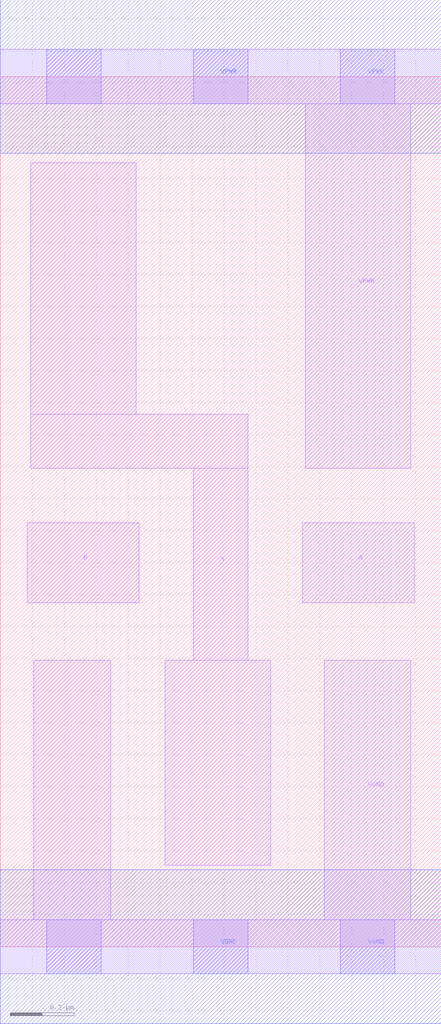
<source format=lef>
# Copyright 2020 The SkyWater PDK Authors
#
# Licensed under the Apache License, Version 2.0 (the "License");
# you may not use this file except in compliance with the License.
# You may obtain a copy of the License at
#
#     https://www.apache.org/licenses/LICENSE-2.0
#
# Unless required by applicable law or agreed to in writing, software
# distributed under the License is distributed on an "AS IS" BASIS,
# WITHOUT WARRANTIES OR CONDITIONS OF ANY KIND, either express or implied.
# See the License for the specific language governing permissions and
# limitations under the License.
#
# SPDX-License-Identifier: Apache-2.0

VERSION 5.7 ;
  NAMESCASESENSITIVE ON ;
  NOWIREEXTENSIONATPIN ON ;
  DIVIDERCHAR "/" ;
  BUSBITCHARS "[]" ;
UNITS
  DATABASE MICRONS 200 ;
END UNITS
MACRO sky130_fd_sc_hd__nor2_1
  CLASS CORE ;
  SOURCE USER ;
  FOREIGN sky130_fd_sc_hd__nor2_1 ;
  ORIGIN  0.000000  0.000000 ;
  SIZE  1.380000 BY  2.720000 ;
  SYMMETRY X Y R90 ;
  SITE unithd ;
  PIN A
    ANTENNAGATEAREA  0.247500 ;
    DIRECTION INPUT ;
    USE SIGNAL ;
    PORT
      LAYER li1 ;
        RECT 0.945000 1.075000 1.295000 1.325000 ;
    END
  END A
  PIN B
    ANTENNAGATEAREA  0.247500 ;
    DIRECTION INPUT ;
    USE SIGNAL ;
    PORT
      LAYER li1 ;
        RECT 0.085000 1.075000 0.435000 1.325000 ;
    END
  END B
  PIN Y
    ANTENNADIFFAREA  0.435500 ;
    DIRECTION OUTPUT ;
    USE SIGNAL ;
    PORT
      LAYER li1 ;
        RECT 0.095000 1.495000 0.775000 1.665000 ;
        RECT 0.095000 1.665000 0.425000 2.450000 ;
        RECT 0.515000 0.255000 0.845000 0.895000 ;
        RECT 0.605000 0.895000 0.775000 1.495000 ;
    END
  END Y
  PIN VGND
    DIRECTION INOUT ;
    SHAPE ABUTMENT ;
    USE GROUND ;
    PORT
      LAYER li1 ;
        RECT 0.000000 -0.085000 1.380000 0.085000 ;
        RECT 0.105000  0.085000 0.345000 0.895000 ;
        RECT 1.015000  0.085000 1.285000 0.895000 ;
      LAYER mcon ;
        RECT 0.145000 -0.085000 0.315000 0.085000 ;
        RECT 0.605000 -0.085000 0.775000 0.085000 ;
        RECT 1.065000 -0.085000 1.235000 0.085000 ;
      LAYER met1 ;
        RECT 0.000000 -0.240000 1.380000 0.240000 ;
    END
  END VGND
  PIN VPWR
    DIRECTION INOUT ;
    SHAPE ABUTMENT ;
    USE POWER ;
    PORT
      LAYER li1 ;
        RECT 0.000000 2.635000 1.380000 2.805000 ;
        RECT 0.955000 1.495000 1.285000 2.635000 ;
      LAYER mcon ;
        RECT 0.145000 2.635000 0.315000 2.805000 ;
        RECT 0.605000 2.635000 0.775000 2.805000 ;
        RECT 1.065000 2.635000 1.235000 2.805000 ;
      LAYER met1 ;
        RECT 0.000000 2.480000 1.380000 2.960000 ;
    END
  END VPWR
END sky130_fd_sc_hd__nor2_1

</source>
